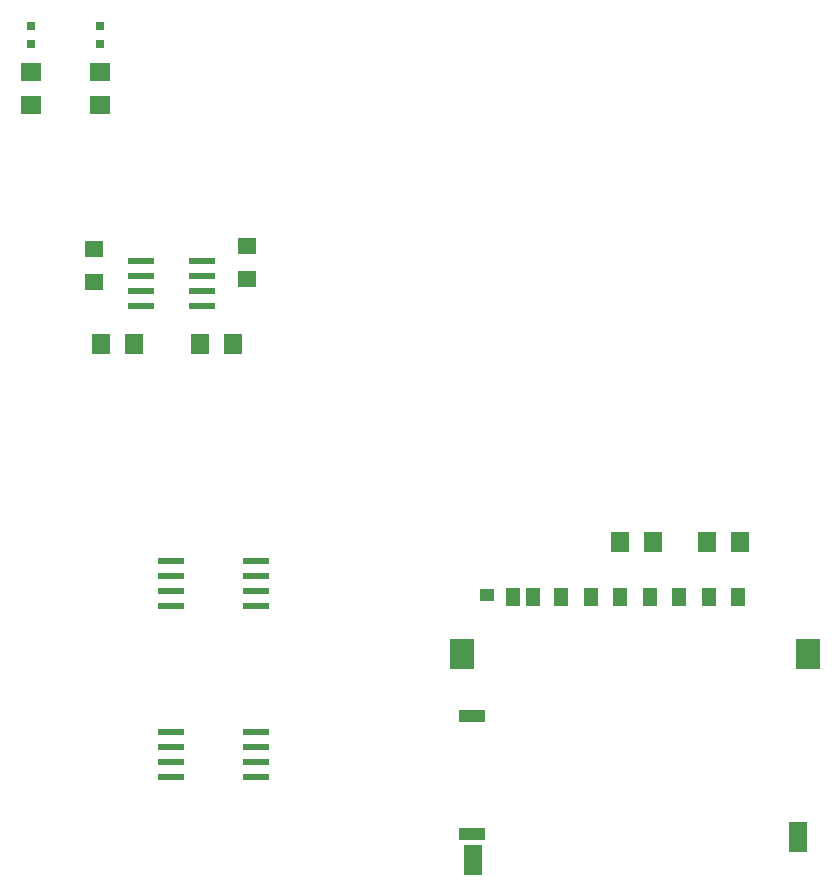
<source format=gtp>
G75*
G70*
%OFA0B0*%
%FSLAX24Y24*%
%IPPOS*%
%LPD*%
%AMOC8*
5,1,8,0,0,1.08239X$1,22.5*
%
%ADD10R,0.0591X0.0984*%
%ADD11R,0.0860X0.0420*%
%ADD12R,0.0787X0.0984*%
%ADD13R,0.0512X0.0433*%
%ADD14R,0.0472X0.0591*%
%ADD15R,0.0630X0.0709*%
%ADD16R,0.0866X0.0236*%
%ADD17R,0.0630X0.0551*%
%ADD18R,0.0315X0.0315*%
%ADD19R,0.0709X0.0630*%
D10*
X024581Y003305D03*
X035408Y004062D03*
D11*
X024549Y004171D03*
X024549Y008108D03*
D12*
X024226Y010155D03*
X035762Y010155D03*
D13*
X025038Y012142D03*
D14*
X025908Y012072D03*
X026573Y012064D03*
X027526Y012064D03*
X028510Y012064D03*
X029494Y012064D03*
X030478Y012064D03*
X031463Y012064D03*
X032447Y012064D03*
X033431Y012064D03*
D15*
X033489Y013912D03*
X032387Y013912D03*
X030589Y013912D03*
X029487Y013912D03*
X016589Y020512D03*
X015487Y020512D03*
X013289Y020512D03*
X012187Y020512D03*
D16*
X014521Y006062D03*
X014521Y006562D03*
X014521Y007062D03*
X014521Y007562D03*
X017346Y007562D03*
X017346Y007062D03*
X017346Y006562D03*
X017346Y006062D03*
X017346Y011762D03*
X017346Y012262D03*
X017346Y012762D03*
X017346Y013262D03*
X014521Y013262D03*
X014521Y012762D03*
X014521Y012262D03*
X014521Y011762D03*
X013515Y021762D03*
X013515Y022262D03*
X013515Y022762D03*
X013515Y023262D03*
X015562Y023262D03*
X015562Y022762D03*
X015562Y022262D03*
X015562Y021762D03*
D17*
X017038Y022661D03*
X017038Y023764D03*
X011938Y023664D03*
X011938Y022561D03*
D18*
X012138Y030517D03*
X012138Y031108D03*
X009838Y031108D03*
X009838Y030517D03*
D19*
X009838Y029564D03*
X009838Y028461D03*
X012138Y028461D03*
X012138Y029564D03*
M02*

</source>
